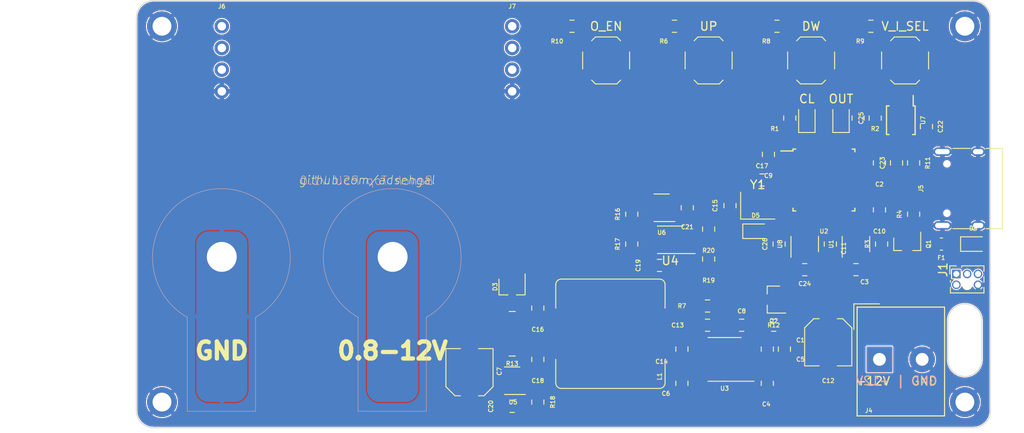
<source format=kicad_pcb>
(kicad_pcb (version 20200809) (host pcbnew "(5.99.0-2671-gfc0a358ba)")
  (layers (0 "F.Cu" signal) (31 "B.Cu" signal) (34 "B.Paste" user) (35 "F.Paste" user) (36 "B.SilkS" user) (37 "F.SilkS" user) (38 "B.Mask" user) (39 "F.Mask" user) (44 "Edge.Cuts" user))
  (net 0 "")
  (net 1 "+VSW")
  (net 2 "GND")
  (net 3 "Net-(C2-Pad2)")
  (net 4 "Net-(C6-Pad2)")
  (net 5 "Net-(C6-Pad1)")
  (net 6 "+5V")
  (net 7 "Net-(C8-Pad2)")
  (net 8 "Net-(C13-Pad2)")
  (net 9 "Net-(C13-Pad1)")
  (net 10 "Net-(C15-Pad2)")
  (net 11 "Net-(C16-Pad2)")
  (net 12 "Net-(C17-Pad2)")
  (net 13 "Net-(D1-Pad2)")
  (net 14 "Net-(D1-Pad1)")
  (net 15 "Net-(D2-Pad2)")
  (net 16 "Net-(D2-Pad1)")
  (net 17 "/RST")
  (net 18 "/MOSI")
  (net 19 "/SCK")
  (net 20 "/MISO")
  (net 21 "VDC")
  (net 22 "/REG_EN")
  (net 23 "+3V3")
  (net 24 "Net-(C25-Pad2)")
  (net 25 "Net-(D4-Pad1)")
  (net 26 "Net-(R16-Pad1)")
  (net 27 "/I_SENSE")
  (net 28 "Net-(R19-Pad2)")
  (net 29 "/V_FB")
  (net 30 "/~POT_CS")
  (net 31 "/POT_U~D")
  (net 32 "/SCL0")
  (net 33 "/SDA0")
  (net 34 "/V_SENSE")
  (net 35 "Net-(D5-Pad2)")
  (net 36 "Net-(U4-Pad3)")
  (net 37 "/SW3")
  (net 38 "/SW4")
  (net 39 "Net-(J5-PadA5)")
  (net 40 "/SW1")
  (net 41 "/SW2")
  (net 42 "/D-")
  (net 43 "/D+")
  (net 44 "Net-(J5-PadB5)")
  (net 45 "Net-(Q1-Pad3)")
  (net 46 "Net-(Q2-Pad3)")
  (net 47 "/RX")
  (net 48 "/TX")
  (module "MountingHole:MountingHole_2.2mm_M2_ISO7380_Pad" (layer "F.Cu") (at 109 59)
    (fp_text reference "H3" (at 0 0) (layer "F.SilkS") (effects (font (size 0.5 0.5) (thickness 0.1))))
    (fp_text value "MountingHole_Pad")
    (pad "1" thru_hole circle (at 0 0) (size 3.5 3.5) (drill 2.2) (layers *.Cu *.Mask) (net 2 "GND"))
  )
  (module "MountingHole:MountingHole_2.2mm_M2_ISO7380_Pad" (layer "F.Cu") (at 109 15)
    (fp_text reference "H2" (at 0 0) (layer "F.SilkS") (effects (font (size 0.5 0.5) (thickness 0.1))))
    (fp_text value "MountingHole_Pad")
    (pad "1" thru_hole circle (at 0 0) (size 3.5 3.5) (drill 2.2) (layers *.Cu *.Mask) (net 2 "GND"))
  )
  (module "LOGO" (layer "F.Cu") (at 39.5 29)
    (fp_text reference "G***" hide)
    (fp_text value "LOGO" hide)
  )
  (module "Resistor_SMD:R_0805_2012Metric" (layer "F.Cu") (at 79 38.75 -90)
    (fp_text reference "R20" (at 2.5 0 180) (layer "F.SilkS") (effects (font (size 0.5 0.5) (thickness 0.1))))
    (fp_text value "10K")
    (pad "1" smd roundrect (at -0.9375 0 270) (size 0.975 1.4) (layers "F.Cu" "F.Paste" "F.Mask") (net 2 "GND"))
    (pad "2" smd roundrect (at 0.9375 0 270) (size 0.975 1.4) (layers "F.Cu" "F.Paste" "F.Mask") (net 28 "Net-(R19-Pad2)"))
  )
  (module "Capacitor_SMD:C_0805_2012Metric" (layer "F.Cu") (at 96.25 43.5 180)
    (fp_text reference "C3" (at -1 -1.4375) (layer "F.SilkS") (effects (font (size 0.5 0.5) (thickness 0.1))))
    (fp_text value "100nF")
    (pad "1" smd roundrect (at -0.9375 0 180) (size 0.975 1.4) (layers "F.Cu" "F.Paste" "F.Mask") (net 2 "GND"))
    (pad "2" smd roundrect (at 0.9375 0 180) (size 0.975 1.4) (layers "F.Cu" "F.Paste" "F.Mask") (net 1 "+VSW"))
  )
  (module "Capacitor_SMD:C_0805_2012Metric" (layer "F.Cu") (at 82.87 50)
    (fp_text reference "C8" (at 0 -1.65) (layer "F.SilkS") (effects (font (size 0.5 0.5) (thickness 0.1))))
    (fp_text value "10nF")
    (pad "1" smd roundrect (at -0.9375 0) (size 0.975 1.4) (layers "F.Cu" "F.Paste" "F.Mask") (net 2 "GND"))
    (pad "2" smd roundrect (at 0.9375 0) (size 0.975 1.4) (layers "F.Cu" "F.Paste" "F.Mask") (net 7 "Net-(C8-Pad2)"))
  )
  (module "Capacitor_SMD:C_0805_2012Metric" (layer "F.Cu") (at 99 31 -90)
    (fp_text reference "C2" (at 2.5 0 180) (layer "F.SilkS") (effects (font (size 0.5 0.5) (thickness 0.1))))
    (fp_text value "100nF")
    (pad "1" smd roundrect (at -0.9375 0 270) (size 0.975 1.4) (layers "F.Cu" "F.Paste" "F.Mask") (net 2 "GND"))
    (pad "2" smd roundrect (at 0.9375 0 270) (size 0.975 1.4) (layers "F.Cu" "F.Paste" "F.Mask") (net 3 "Net-(C2-Pad2)"))
  )
  (module "Resistor_SMD:R_0805_2012Metric" (layer "F.Cu") (at 103 31 -90)
    (fp_text reference "R11" (at 0 -1.65 90) (layer "F.SilkS") (effects (font (size 0.5 0.5) (thickness 0.1))))
    (fp_text value "5.1K")
    (pad "1" smd roundrect (at -0.9375 0 270) (size 0.975 1.4) (layers "F.Cu" "F.Paste" "F.Mask") (net 2 "GND"))
    (pad "2" smd roundrect (at 0.9375 0 270) (size 0.975 1.4) (layers "F.Cu" "F.Paste" "F.Mask") (net 44 "Net-(J5-PadB5)"))
  )
  (module "Capacitor_SMD:C_0805_2012Metric" (layer "F.Cu") (at 75.87 56.8 90)
    (fp_text reference "C6" (at -1.2 -1.87 180) (layer "F.SilkS") (effects (font (size 0.5 0.5) (thickness 0.1))))
    (fp_text value "100nF")
    (pad "1" smd roundrect (at -0.9375 0 90) (size 0.975 1.4) (layers "F.Cu" "F.Paste" "F.Mask") (net 5 "Net-(C6-Pad1)"))
    (pad "2" smd roundrect (at 0.9375 0 90) (size 0.975 1.4) (layers "F.Cu" "F.Paste" "F.Mask") (net 4 "Net-(C6-Pad2)"))
  )
  (module "Resistor_SMD:R_0805_2012Metric" (layer "F.Cu") (at 103 37 90)
    (fp_text reference "R4" (at 0 -1.65 90) (layer "F.SilkS") (effects (font (size 0.5 0.5) (thickness 0.1))))
    (fp_text value "5.1K")
    (pad "1" smd roundrect (at -0.9375 0 90) (size 0.975 1.4) (layers "F.Cu" "F.Paste" "F.Mask") (net 2 "GND"))
    (pad "2" smd roundrect (at 0.9375 0 90) (size 0.975 1.4) (layers "F.Cu" "F.Paste" "F.Mask") (net 39 "Net-(J5-PadA5)"))
  )
  (module "TerminalBlock_Altech:Altech_AK300_1x02_P5.00mm_45-Degree" (layer "F.Cu") (at 99 54)
    (fp_text reference "J4" (at -1.25 6) (layer "F.SilkS") (effects (font (size 0.5 0.5) (thickness 0.1))))
    (fp_text value "Screw_Terminal_01x02")
    (pad "1" thru_hole rect (at 0 0) (size 3 3) (drill 1.5) (layers *.Cu *.Mask) (net 1 "+VSW"))
    (pad "2" thru_hole circle (at 5 0) (size 3 3) (drill 1.5) (layers *.Cu *.Mask) (net 2 "GND"))
  )
  (module "Resistor_SMD:R_0805_2012Metric" (layer "F.Cu") (at 70 37 90)
    (fp_text reference "R16" (at 0 -1.65 90) (layer "F.SilkS") (effects (font (size 0.5 0.5) (thickness 0.1))))
    (fp_text value "14K")
    (pad "1" smd roundrect (at -0.9375 0 90) (size 0.975 1.4) (layers "F.Cu" "F.Paste" "F.Mask") (net 26 "Net-(R16-Pad1)"))
    (pad "2" smd roundrect (at 0.9375 0 90) (size 0.975 1.4) (layers "F.Cu" "F.Paste" "F.Mask") (net 11 "Net-(C16-Pad2)"))
  )
  (module "Diode_SMD:D_SOD-323" (layer "F.Cu") (at 84.5 39)
    (fp_text reference "D5" (at 0 -1.85) (layer "F.SilkS") (effects (font (size 0.5 0.5) (thickness 0.1))))
    (fp_text value "CUS10S30")
    (pad "1" smd rect (at -1.05 0) (size 0.6 0.45) (layers "F.Cu" "F.Paste" "F.Mask") (net 22 "/REG_EN"))
    (pad "2" smd rect (at 1.05 0) (size 0.6 0.45) (layers "F.Cu" "F.Paste" "F.Mask") (net 35 "Net-(D5-Pad2)"))
  )
  (module "Capacitor_SMD:C_0805_2012Metric" (layer "F.Cu") (at 59 54 90)
    (fp_text reference "C18" (at -2.5 0 180) (layer "F.SilkS") (effects (font (size 0.5 0.5) (thickness 0.1))))
    (fp_text value "4.7µF")
    (pad "1" smd roundrect (at -0.9375 0 90) (size 0.975 1.4) (layers "F.Cu" "F.Paste" "F.Mask") (net 2 "GND"))
    (pad "2" smd roundrect (at 0.9375 0 90) (size 0.975 1.4) (layers "F.Cu" "F.Paste" "F.Mask") (net 11 "Net-(C16-Pad2)"))
  )
  (module "Crystal:Crystal_SMD_SeikoEpson_TSX3225-4Pin_3.2x2.5mm" (layer "F.Cu") (at 84.75 36)
    (fp_text reference "Y1" (at 0 -2.45) (layer "F.SilkS"))
    (fp_text value "16MHz")
    (pad "1" smd rect (at -1.1 0.8) (size 1.4 1.15) (layers "F.Cu" "F.Paste" "F.Mask") (net 10 "Net-(C15-Pad2)"))
    (pad "2" smd rect (at 1.1 0.8) (size 1.4 1.15) (layers "F.Cu" "F.Paste" "F.Mask") (net 2 "GND"))
    (pad "3" smd rect (at 1.1 -0.8) (size 1.4 1.15) (layers "F.Cu" "F.Paste" "F.Mask") (net 12 "Net-(C17-Pad2)"))
    (pad "4" smd rect (at -1.1 -0.8) (size 1.4 1.15) (layers "F.Cu" "F.Paste" "F.Mask") (net 2 "GND"))
  )
  (module "Package_SO:MSOP-8_3x3mm_P0.65mm" (layer "F.Cu") (at 74.5 40 180)
    (fp_text reference "U4" (at 0 -2.45 180) (layer "F.SilkS"))
    (fp_text value "LM358")
    (pad "1" smd roundrect (at -2.1125 -0.975 180) (size 1.625 0.4) (layers "F.Cu" "F.Paste" "F.Mask") (net 29 "/V_FB"))
    (pad "2" smd roundrect (at -2.1125 -0.325 180) (size 1.625 0.4) (layers "F.Cu" "F.Paste" "F.Mask") (net 28 "Net-(R19-Pad2)"))
    (pad "3" smd roundrect (at -2.1125 0.325 180) (size 1.625 0.4) (layers "F.Cu" "F.Paste" "F.Mask") (net 36 "Net-(U4-Pad3)"))
    (pad "4" smd roundrect (at -2.1125 0.975 180) (size 1.625 0.4) (layers "F.Cu" "F.Paste" "F.Mask") (net 2 "GND"))
    (pad "5" smd roundrect (at 2.1125 0.975 180) (size 1.625 0.4) (layers "F.Cu" "F.Paste" "F.Mask") (net 26 "Net-(R16-Pad1)"))
    (pad "6" smd roundrect (at 2.1125 0.325 180) (size 1.625 0.4) (layers "F.Cu" "F.Paste" "F.Mask") (net 34 "/V_SENSE"))
    (pad "7" smd roundrect (at 2.1125 -0.325 180) (size 1.625 0.4) (layers "F.Cu" "F.Paste" "F.Mask") (net 34 "/V_SENSE"))
    (pad "8" smd roundrect (at 2.1125 -0.975 180) (size 1.625 0.4) (layers "F.Cu" "F.Paste" "F.Mask") (net 1 "+VSW"))
  )
  (module "Capacitor_SMD:C_0805_2012Metric" (layer "F.Cu") (at 81.5 36 -90)
    (fp_text reference "C15" (at 0 1.75 90) (layer "F.SilkS") (effects (font (size 0.5 0.5) (thickness 0.1))))
    (fp_text value "22pF")
    (pad "1" smd roundrect (at -0.9375 0 270) (size 0.975 1.4) (layers "F.Cu" "F.Paste" "F.Mask") (net 2 "GND"))
    (pad "2" smd roundrect (at 0.9375 0 270) (size 0.975 1.4) (layers "F.Cu" "F.Paste" "F.Mask") (net 10 "Net-(C15-Pad2)"))
  )
  (module "Package_QFP:TQFP-32_7x7mm_P0.8mm" (layer "F.Cu") (at 92.5 33)
    (fp_text reference "U2" (at 0 6) (layer "F.SilkS") (effects (font (size 0.5 0.5) (thickness 0.1))))
    (fp_text value "ATmega328PB-AU")
    (pad "1" smd rect (at -4.25 -2.8) (size 1.6 0.55) (layers "F.Cu" "F.Paste" "F.Mask") (net 37 "/SW3"))
    (pad "2" smd rect (at -4.25 -2) (size 1.6 0.55) (layers "F.Cu" "F.Paste" "F.Mask") (net 41 "/SW2"))
    (pad "3" smd rect (at -4.25 -1.2) (size 1.6 0.55) (layers "F.Cu" "F.Paste" "F.Mask") (net 40 "/SW1"))
    (pad "4" smd rect (at -4.25 -0.4) (size 1.6 0.55) (layers "F.Cu" "F.Paste" "F.Mask") (net 6 "+5V"))
    (pad "5" smd rect (at -4.25 0.4) (size 1.6 0.55) (layers "F.Cu" "F.Paste" "F.Mask") (net 2 "GND"))
    (pad "6" smd rect (at -4.25 1.2) (size 1.6 0.55) (layers "F.Cu" "F.Paste" "F.Mask") (net 38 "/SW4"))
    (pad "7" smd rect (at -4.25 2) (size 1.6 0.55) (layers "F.Cu" "F.Paste" "F.Mask") (net 12 "Net-(C17-Pad2)"))
    (pad "8" smd rect (at -4.25 2.8) (size 1.6 0.55) (layers "F.Cu" "F.Paste" "F.Mask") (net 10 "Net-(C15-Pad2)"))
    (pad "9" smd rect (at -2.8 4.25 90) (size 1.6 0.55) (layers "F.Cu" "F.Paste" "F.Mask") (net 35 "Net-(D5-Pad2)"))
    (pad "10" smd rect (at -2 4.25 90) (size 1.6 0.55) (layers "F.Cu" "F.Paste" "F.Mask") (net 31 "/POT_U~D"))
    (pad "11" smd rect (at -1.2 4.25 90) (size 1.6 0.55) (layers "F.Cu" "F.Paste" "F.Mask") (net 30 "/~POT_CS"))
    (pad "12" smd rect (at -0.4 4.25 90) (size 1.6 0.55) (layers "F.Cu" "F.Paste" "F.Mask"))
    (pad "13" smd rect (at 0.4 4.25 90) (size 1.6 0.55) (layers "F.Cu" "F.Paste" "F.Mask"))
    (pad "14" smd rect (at 1.2 4.25 90) (size 1.6 0.55) (layers "F.Cu" "F.Paste" "F.Mask"))
    (pad "15" smd rect (at 2 4.25 90) (size 1.6 0.55) (layers "F.Cu" "F.Paste" "F.Mask") (net 18 "/MOSI"))
    (pad "16" smd rect (at 2.8 4.25 90) (size 1.6 0.55) (layers "F.Cu" "F.Paste" "F.Mask") (net 20 "/MISO"))
    (pad "17" smd rect (at 4.25 2.8) (size 1.6 0.55) (layers "F.Cu" "F.Paste" "F.Mask") (net 19 "/SCK"))
    (pad "18" smd rect (at 4.25 2) (size 1.6 0.55) (layers "F.Cu" "F.Paste" "F.Mask") (net 6 "+5V"))
    (pad "19" smd rect (at 4.25 1.2) (size 1.6 0.55) (layers "F.Cu" "F.Paste" "F.Mask") (net 16 "Net-(D2-Pad1)"))
    (pad "20" smd rect (at 4.25 0.4) (size 1.6 0.55) (layers "F.Cu" "F.Paste" "F.Mask") (net 3 "Net-(C2-Pad2)"))
    (pad "21" smd rect (at 4.25 -0.4) (size 1.6 0.55) (layers "F.Cu" "F.Paste" "F.Mask") (net 2 "GND"))
    (pad "22" smd rect (at 4.25 -1.2) (size 1.6 0.55) (layers "F.Cu" "F.Paste" "F.Mask") (net 14 "Net-(D1-Pad1)"))
    (pad "23" smd rect (at 4.25 -2) (size 1.6 0.55) (layers "F.Cu" "F.Paste" "F.Mask") (net 34 "/V_SENSE"))
    (pad "24" smd rect (at 4.25 -2.8) (size 1.6 0.55) (layers "F.Cu" "F.Paste" "F.Mask") (net 27 "/I_SENSE"))
    (pad "25" smd rect (at 2.8 -4.25 90) (size 1.6 0.55) (layers "F.Cu" "F.Paste" "F.Mask"))
    (pad "26" smd rect (at 2 -4.25 90) (size 1.6 0.55) (layers "F.Cu" "F.Paste" "F.Mask"))
    (pad "27" smd rect (at 1.2 -4.25 90) (size 1.6 0.55) (layers "F.Cu" "F.Paste" "F.Mask") (net 33 "/SDA0"))
    (pad "28" smd rect (at 0.4 -4.25 90) (size 1.6 0.55) (layers "F.Cu" "F.Paste" "F.Mask") (net 32 "/SCL0"))
    (pad "29" smd rect (at -0.4 -4.25 90) (size 1.6 0.55) (layers "F.Cu" "F.Paste" "F.Mask") (net 17 "/RST"))
    (pad "30" smd rect (at -1.2 -4.25 90) (size 1.6 0.55) (layers "F.Cu" "F.Paste" "F.Mask") (net 47 "/RX"))
    (pad "31" smd rect (at -2 -4.25 90) (size 1.6 0.55) (layers "F.Cu" "F.Paste" "F.Mask") (net 48 "/TX"))
    (pad "32" smd rect (at -2.8 -4.25 90) (size 1.6 0.55) (layers "F.Cu" "F.Paste" "F.Mask"))
  )
  (module "Package_TO_SOT_SMD:SOT-23" (layer "F.Cu") (at 86.62 47 180)
    (fp_text reference "Q2" (at 0 -2.5) (layer "F.SilkS") (effects (font (size 0.5 0.5) (thickness 0.1))))
    (fp_text value "FDN335N")
    (pad "1" smd rect (at -1 -0.95 180) (size 0.9 0.8) (layers "F.Cu" "F.Paste" "F.Mask") (net 22 "/REG_EN"))
    (pad "2" smd rect (at -1 0.95 180) (size 0.9 0.8) (layers "F.Cu" "F.Paste" "F.Mask") (net 2 "GND"))
    (pad "3" smd rect (at 1 0 180) (size 0.9 0.8) (layers "F.Cu" "F.Paste" "F.Mask") (net 46 "Net-(Q2-Pad3)"))
  )
  (module "Capacitor_SMD:C_0805_2012Metric" (layer "F.Cu") (at 99 36.5 90)
    (fp_text reference "C10" (at -2.5 0 180) (layer "F.SilkS") (effects (font (size 0.5 0.5) (thickness 0.1))))
    (fp_text value "100nF")
    (pad "1" smd roundrect (at -0.9375 0 90) (size 0.975 1.4) (layers "F.Cu" "F.Paste" "F.Mask") (net 2 "GND"))
    (pad "2" smd roundrect (at 0.9375 0 90) (size 0.975 1.4) (layers "F.Cu" "F.Paste" "F.Mask") (net 6 "+5V"))
  )
  (module "Capacitor_SMD:C_0805_2012Metric" (layer "F.Cu") (at 85.87 56.8 90)
    (fp_text reference "C4" (at -2.45 -0.12 180) (layer "F.SilkS") (effects (font (size 0.5 0.5) (thickness 0.1))))
    (fp_text value "4.7µF")
    (pad "1" smd roundrect (at -0.9375 0 90) (size 0.975 1.4) (layers "F.Cu" "F.Paste" "F.Mask") (net 2 "GND"))
    (pad "2" smd roundrect (at 0.9375 0 90) (size 0.975 1.4) (layers "F.Cu" "F.Paste" "F.Mask") (net 1 "+VSW"))
  )
  (module "Button_Switch_SMD:SW_SPST_TL3342" (layer "F.Cu") (at 91 19)
    (fp_text reference "SW2" hide)
    (fp_text value "DW" (at 0 -4) (layer "F.SilkS"))
    (pad "1" smd rect (at -3.15 -1.9) (size 1.7 1) (layers "F.Cu" "F.Paste" "F.Mask") (net 41 "/SW2"))
    (pad "1" smd rect (at 3.15 -1.9) (size 1.7 1) (layers "F.Cu" "F.Paste" "F.Mask") (net 41 "/SW2"))
    (pad "2" smd rect (at 3.15 1.9) (size 1.7 1) (layers "F.Cu" "F.Paste" "F.Mask") (net 2 "GND"))
    (pad "2" smd rect (at -3.15 1.9) (size 1.7 1) (layers "F.Cu" "F.Paste" "F.Mask") (net 2 "GND"))
  )
  (module "Diode_SMD:D_SOD-323" (layer "F.Cu") (at 110 40.5)
    (fp_text reference "D4" (at 0 -1.85) (layer "F.SilkS") (effects (font (size 0.5 0.5) (thickness 0.1))))
    (fp_text value "CUS10S30")
    (pad "1" smd rect (at -1.05 0) (size 0.6 0.45) (layers "F.Cu" "F.Paste" "F.Mask") (net 25 "Net-(D4-Pad1)"))
    (pad "2" smd rect (at 1.05 0) (size 0.6 0.45) (layers "F.Cu" "F.Paste" "F.Mask") (net 22 "/REG_EN"))
  )
  (module "Resistor_SMD:R_1020_2550Metric" (layer "F.Cu") (at 56 51)
    (fp_text reference "R13" (at 0 3.5) (layer "F.SilkS") (effects (font (size 0.5 0.5) (thickness 0.1))))
    (fp_text value "0.01R")
    (pad "1" smd roundrect (at -1.125 0) (size 1.15 5.2) (layers "F.Cu" "F.Paste" "F.Mask") (roundrect_rratio 0.2173913043478261) (net 21 "VDC"))
    (pad "2" smd roundrect (at 1.125 0) (size 1.15 5.2) (layers "F.Cu" "F.Paste" "F.Mask") (roundrect_rratio 0.2173913043478261) (net 11 "Net-(C16-Pad2)"))
  )
  (module "Resistor_SMD:R_0805_2012Metric" (layer "F.Cu") (at 63 15)
    (fp_text reference "R10" (at -1.75 1.75) (layer "F.SilkS") (effects (font (size 0.5 0.5) (thickness 0.1))))
    (fp_text value "10K")
    (pad "1" smd roundrect (at -0.9375 0) (size 0.975 1.4) (layers "F.Cu" "F.Paste" "F.Mask") (net 6 "+5V"))
    (pad "2" smd roundrect (at 0.9375 0) (size 0.975 1.4) (layers "F.Cu" "F.Paste" "F.Mask") (net 38 "/SW4"))
  )
  (module "Capacitor_SMD:C_0805_2012Metric" (layer "F.Cu") (at 75.87 52.8 -90)
    (fp_text reference "C14" (at 1.45 2.37 180) (layer "F.SilkS") (effects (font (size 0.5 0.5) (thickness 0.1))))
    (fp_text value "22pF")
    (pad "1" smd roundrect (at -0.9375 0 270) (size 0.975 1.4) (layers "F.Cu" "F.Paste" "F.Mask") (net 2 "GND"))
    (pad "2" smd roundrect (at 0.9375 0 270) (size 0.975 1.4) (layers "F.Cu" "F.Paste" "F.Mask") (net 8 "Net-(C13-Pad2)"))
  )
  (module "Capacitor_SMD:C_0805_2012Metric" (layer "F.Cu") (at 85.87 52.8 -90)
    (fp_text reference "C1" (at -1.05 -3.88 180) (layer "F.SilkS") (effects (font (size 0.5 0.5) (thickness 0.1))))
    (fp_text value "10nF")
    (pad "1" smd roundrect (at -0.9375 0 270) (size 0.975 1.4) (layers "F.Cu" "F.Paste" "F.Mask") (net 2 "GND"))
    (pad "2" smd roundrect (at 0.9375 0 270) (size 0.975 1.4) (layers "F.Cu" "F.Paste" "F.Mask") (net 1 "+VSW"))
  )
  (module "Resistor_SMD:R_0805_2012Metric" (layer "F.Cu") (at 96.5 25.75 -90)
    (fp_text reference "R2" (at 1.25 -2 180) (layer "F.SilkS") (effects (font (size 0.5 0.5) (thickness 0.1))))
    (fp_text value "330R")
    (pad "1" smd roundrect (at -0.9375 0 270) (size 0.975 1.4) (layers "F.Cu" "F.Paste" "F.Mask") (net 15 "Net-(D2-Pad2)"))
    (pad "2" smd roundrect (at 0.9375 0 270) (size 0.975 1.4) (layers "F.Cu" "F.Paste" "F.Mask") (net 6 "+5V"))
  )
  (module "Capacitor_SMD:C_0805_2012Metric" (layer "F.Cu") (at 56 59.5)
    (fp_text reference "C20" (at -2.5 0 270) (layer "F.SilkS") (effects (font (size 0.5 0.5) (thickness 0.1))))
    (fp_text value "100nF")
    (pad "1" smd roundrect (at -0.9375 0) (size 0.975 1.4) (layers "F.Cu" "F.Paste" "F.Mask") (net 6 "+5V"))
    (pad "2" smd roundrect (at 0.9375 0) (size 0.975 1.4) (layers "F.Cu" "F.Paste" "F.Mask") (net 2 "GND"))
  )
  (module "Resistor_SMD:R_0805_2012Metric" (layer "F.Cu") (at 75 15)
    (fp_text reference "R6" (at -1.25 1.75) (layer "F.SilkS") (effects (font (size 0.5 0.5) (thickness 0.1))))
    (fp_text value "10K")
    (pad "1" smd roundrect (at -0.9375 0) (size 0.975 1.4) (layers "F.Cu" "F.Paste" "F.Mask") (net 6 "+5V"))
    (pad "2" smd roundrect (at 0.9375 0) (size 0.975 1.4) (layers "F.Cu" "F.Paste" "F.Mask") (net 40 "/SW1"))
  )
  (module "Button_Switch_SMD:SW_SPST_TL3342" (layer "F.Cu") (at 79 19)
    (fp_text reference "SW1" hide)
    (fp_text value "UP" (at 0 -4) (layer "F.SilkS"))
    (pad "1" smd rect (at -3.15 -1.9) (size 1.7 1) (layers "F.Cu" "F.Paste" "F.Mask") (net 40 "/SW1"))
    (pad "1" smd rect (at 3.15 -1.9) (size 1.7 1) (layers "F.Cu" "F.Paste" "F.Mask") (net 40 "/SW1"))
    (pad "2" smd rect (at -3.15 1.9) (size 1.7 1) (layers "F.Cu" "F.Paste" "F.Mask") (net 2 "GND"))
    (pad "2" smd rect (at 3.15 1.9) (size 1.7 1) (layers "F.Cu" "F.Paste" "F.Mask") (net 2 "GND"))
  )
  (module "Resistor_SMD:R_0805_2012Metric" (layer "F.Cu") (at 59 59 90)
    (fp_text reference "R18" (at 0 1.75 90) (layer "F.SilkS") (effects (font (size 0.5 0.5) (thickness 0.1))))
    (fp_text value "500K")
    (pad "1" smd roundrect (at -0.9375 0 90) (size 0.975 1.4) (layers "F.Cu" "F.Paste" "F.Mask") (net 2 "GND"))
    (pad "2" smd roundrect (at 0.9375 0 90) (size 0.975 1.4) (layers "F.Cu" "F.Paste" "F.Mask") (net 27 "/I_SENSE"))
  )
  (module "Capacitor_SMD:C_Elec_5x5.4" (layer "F.Cu") (at 51 55.5 90)
    (fp_text reference "C7" (at 0.099237 3.5 90) (layer "F.SilkS") (effects (font (size 0.5 0.5) (thickness 0.1))))
    (fp_text value "10uF")
    (pad "1" smd roundrect (at -2.0625 0 90) (size 2.775 1.6) (layers "F.Cu" "F.Paste" "F.Mask") (roundrect_rratio 0.15625) (net 2 "GND"))
    (pad "2" smd roundrect (at 2.0625 0 90) (size 2.775 1.6) (layers "F.Cu" "F.Paste" "F.Mask") (roundrect_rratio 0.15625) (net 21 "VDC"))
  )
  (module "Binding_Post:Binding_Post" (layer "F.Cu") (at 22 42)
    (fp_text reference "J3" hide)
    (fp_text value "Conn_01x01" hide)
    (pad "1" smd roundrect (at 0 7) (size 6 20) (layers "B.Cu" "B.Paste" "B.Mask") (chamfer_ratio 0.2) (chamfer) (net 2 "GND"))
    (pad "1" thru_hole circle (at 0 0) (size 5 5) (drill 3.5) (layers *.Cu *.Mask) (net 2 "GND"))
  )
  (module "MountingHole:MountingHole_2.2mm_M2_ISO7380_Pad" (layer "F.Cu") (at 15 59)
    (fp_text reference "H4" (at 0 0) (layer "F.SilkS") (effects (font (size 0.5 0.5) (thickness 0.1))))
    (fp_text value "MountingHole_Pad")
    (pad "1" thru_hole circle (at 0 0) (size 3.5 3.5) (drill 2.2) (layers *.Cu *.Mask) (net 2 "GND"))
  )
  (module "Resistor_SMD:R_0805_2012Metric" (layer "F.Cu") (at 99.25 40.5 90)
    (fp_text reference "R3" (at 0 -1.65 90) (layer "F.SilkS") (effects (font (size 0.5 0.5) (thickness 0.1))))
    (fp_text value "10K")
    (pad "1" smd roundrect (at -0.9375 0 90) (size 0.975 1.4) (layers "F.Cu" "F.Paste" "F.Mask") (net 45 "Net-(Q1-Pad3)"))
    (pad "2" smd roundrect (at 0.9375 0 90) (size 0.975 1.4) (layers "F.Cu" "F.Paste" "F.Mask") (net 1 "+VSW"))
  )
  (module "Resistor_SMD:R_0805_2012Metric" (layer "F.Cu") (at 87 15)
    (fp_text reference "R8" (at -1.25 1.75) (layer "F.SilkS") (effects (font (size 0.5 0.5) (thickness 0.1))))
    (fp_text value "10K")
    (pad "1" smd roundrect (at -0.9375 0) (size 0.975 1.4) (layers "F.Cu" "F.Paste" "F.Mask") (net 6 "+5V"))
    (pad "2" smd roundrect (at 0.9375 0) (size 0.975 1.4) (layers "F.Cu" "F.Paste" "F.Mask") (net 41 "/SW2"))
  )
  (module "Button_Switch_SMD:SW_SPST_TL3342" (layer "F.Cu") (at 102 19)
    (fp_text reference "SW3" hide)
    (fp_text value "V_I_SEL" (at 0 -4) (layer "F.SilkS"))
    (pad "1" smd rect (at 3.15 -1.9) (size 1.7 1) (layers "F.Cu" "F.Paste" "F.Mask") (net 37 "/SW3"))
    (pad "1" smd rect (at -3.15 -1.9) (size 1.7 1) (layers "F.Cu" "F.Paste" "F.Mask") (net 37 "/SW3"))
    (pad "2" smd rect (at 3.15 1.9) (size 1.7 1) (layers "F.Cu" "F.Paste" "F.Mask") (net 2 "GND"))
    (pad "2" smd rect (at -3.15 1.9) (size 1.7 1) (layers "F.Cu" "F.Paste" "F.Mask") (net 2 "GND"))
  )
  (module "Package_SO:MSOP-10_3x3mm_P0.5mm" (layer "F.Cu") (at 101.5 26 -90)
    (fp_text reference "U7" (at 0 -2.6 90) (layer "F.SilkS") (effects (font (size 0.5 0.5) (thickness 0.1))))
    (fp_text value "CH340E")
    (pad "1" smd rect (at -2.2 -1 270) (size 1.4 0.3) (layers "F.Cu" "F.Paste" "F.Mask") (net 43 "/D+"))
    (pad "2" smd rect (at -2.2 -0.5 270) (size 1.4 0.3) (layers "F.Cu" "F.Paste" "F.Mask") (net 42 "/D-"))
    (pad "3" smd rect (at -2.2 0 270) (size 1.4 0.3) (layers "F.Cu" "F.Paste" "F.Mask") (net 2 "GND"))
    (pad "4" smd rect (at -2.2 0.5 270) (size 1.4 0.3) (layers "F.Cu" "F.Paste" "F.Mask") (net 24 "Net-(C25-Pad2)"))
    (pad "5" smd rect (at -2.2 1 270) (size 1.4 0.3) (layers "F.Cu" "F.Paste" "F.Mask"))
    (pad "6" smd rect (at 2.2 1 270) (size 1.4 0.3) (layers "F.Cu" "F.Paste" "F.Mask"))
    (pad "7" smd rect (at 2.2 0.5 270) (size 1.4 0.3) (layers "F.Cu" "F.Paste" "F.Mask") (net 6 "+5V"))
    (pad "8" smd rect (at 2.2 0 270) (size 1.4 0.3) (layers "F.Cu" "F.Paste" "F.Mask") (net 47 "/RX"))
    (pad "9" smd rect (at 2.2 -0.5 270) (size 1.4 0.3) (layers "F.Cu" "F.Paste" "F.Mask") (net 48 "/TX"))
    (pad "10" smd rect (at 2.2 -1 270) (size 1.4 0.3) (layers "F.Cu" "F.Paste" "F.Mask") (net 23 "+3V3"))
  )
  (module "Resistor_SMD:R_0805_2012Metric" (layer "F.Cu") (at 86.62 50)
    (fp_text reference "R12" (at 0 0) (layer "F.SilkS") (effects (font (size 0.5 0.5) (thickness 0.1))))
    (fp_text value "10K")
    (pad "1" smd roundrect (at -0.9375 0) (size 0.975 1.4) (layers "F.Cu" "F.Paste" "F.Mask") (net 46 "Net-(Q2-Pad3)"))
    (pad "2" smd roundrect (at 0.9375 0) (size 0.975 1.4) (layers "F.Cu" "F.Paste" "F.Mask") (net 1 "+VSW"))
  )
  (module "Connector_USB:USB_C_Receptacle_HRO_TYPE-C-31-M-12" (layer "F.Cu") (at 109.5 34 90)
    (fp_text reference "J5" (at 0 -5.645 90) (layer "F.SilkS") (effects (font (size 0.5 0.5) (thickness 0.1))))
    (fp_text value "USB_C_Receptacle_USB2.0")
    (pad "" np_thru_hole circle (at -2.89 -2.6 90) (size 0.65 0.65) (drill 0.65) (layers *.Cu *.Mask))
    (pad "" np_thru_hole circle (at 2.89 -2.6 90) (size 0.65 0.65) (drill 0.65) (layers *.Cu *.Mask))
    (pad "A1" smd rect (at -3.25 -4.045 90) (size 0.6 1.45) (layers "F.Cu" "F.Paste" "F.Mask") (net 2 "GND"))
    (pad "A4" smd rect (at -2.45 -4.045 90) (size 0.6 1.45) (layers "F.Cu" "F.Paste" "F.Mask") (net 22 "/REG_EN"))
    (pad "A5" smd rect (at -1.25 -4.045 90) (size 0.3 1.45) (layers "F.Cu" "F.Paste" "F.Mask") (net 39 "Net-(J5-PadA5)"))
    (pad "A6" smd rect (at -0.25 -4.045 90) (size 0.3 1.45) (layers "F.Cu" "F.Paste" "F.Mask") (net 43 "/D+"))
    (pad "A7" smd rect (at 0.25 -4.045 90) (size 0.3 1.45) (layers "F.Cu" "F.Paste" "F.Mask") (net 42 "/D-"))
    (pad "A8" smd rect (at 1.25 -4.045 90) (size 0.3 1.45) (layers "F.Cu" "F.Paste" "F.Mask"))
    (pad "A9" smd rect (at 2.45 -4.045 90) (size 0.6 1.45) (layers "F.Cu" "F.Paste" "F.Mask") (net 22 "/REG_EN"))
    (pad "A12" smd rect (at 3.25 -4.045 90) (size 0.6 1.45) (layers "F.Cu" "F.Paste" "F.Mask") (net 2 "GND"))
    (pad "B1" smd rect (at 3.25 -4.045 90) (size 0.6 1.45) (layers "F.Cu" "F.Paste" "F.Mask") (net 2 "GND"))
    (pad "B4" smd rect (at 2.45 -4.045 90) (size 0.6 1.45) (layers "F.Cu" "F.Paste" "F.Mask") (net 22 "/REG_EN"))
    (pad "B5" smd rect (at 1.75 -4.045 90) (size 0.3 1.45) (layers "F.Cu" "F.Paste" "F.Mask") (net 44 "Net-(J5-PadB5)"))
    (pad "B6" smd rect (at 0.75 -4.045 90) (size 0.3 1.45) (layers "F.Cu" "F.Paste" "F.Mask") (net 43 "/D+"))
    (pad "B7" smd rect (at -0.75 -4.045 90) (size 0.3 1.45) (layers "F.Cu" "F.Paste" "F.Mask") (net 42 "/D-"))
    (pad "B8" smd rect (at -1.75 -4.045 90) (size 0.3 1.45) (layers "F.Cu" "F.Paste" "F.Mask"))
    (pad "B9" smd rect (at -2.45 -4.045 90) (size 0.6 1.45) (layers "F.Cu" "F.Paste" "F.Mask") (net 22 "/REG_EN"))
    (pad "B12" smd rect (at -3.25 -4.045 90) (size 0.6 1.45) (layers "F.Cu" "F.Paste" "F.Mask") (net 2 "GND"))
    (pad "S1" thru_hole oval (at -4.32 1.05 90) (size 1 1.6) (drill oval 0.6 1.2) (layers *.Cu *.Mask) (net 2 "GND"))
    (pad "S1" thru_hole oval (at -4.32 -3.13 90) (size 1 2.1) (drill oval 0.6 1.7) (layers *.Cu *.Mask) (net 2 "GND"))
    (pad "S1" thru_hole oval (at 4.32 -3.13 90) (size 1 2.1) (drill oval 0.6 1.7) (layers *.Cu *.Mask) (net 2 "GND"))
    (pad "S1" thru_hole oval (at 4.32 1.05 90) (size 1 1.6) (drill oval 0.6 1.2) (layers *.Cu *.Mask) (net 2 "GND"))
  )
  (module "Binding_Post:Binding_Post" (layer "F.Cu") (at 42 42)
    (fp_text reference "J2" hide)
    (fp_text value "Conn_01x01" hide)
    (pad "1" thru_hole circle (at 0 0) (size 5 5) (drill 3.5) (layers *.Cu *.Mask) (net 21 "VDC"))
    (pad "1" smd roundrect (at 0 7) (size 6 20) (layers "B.Cu" "B.Paste" "B.Mask") (chamfer_ratio 0.2) (chamfer) (net 21 "VDC"))
  )
  (module "MountingHole:MountingHole_2.2mm_M2_ISO7380_Pad" (layer "F.Cu") (at 15 15)
    (fp_text reference "H1" (at 0 0) (layer "F.SilkS") (effects (font (size 0.5 0.5) (thickness 0.1))))
    (fp_text value "MountingHole_Pad")
    (pad "1" thru_hole circle (at 0 0) (size 3.5 3.5) (drill 2.2) (layers *.Cu *.Mask) (net 2 "GND"))
  )
  (module "Capacitor_SMD:C_Elec_5x5.4" (layer "F.Cu") (at 93 52 -90)
    (fp_text reference "C12" (at 4.5 0 180) (layer "F.SilkS") (effects (font (size 0.5 0.5) (thickness 0.1))))
    (fp_text value "10uF")
    (pad "1" smd roundrect (at -2.0625 0 270) (size 2.775 1.6) (layers "F.Cu" "F.Paste" "F.Mask") (roundrect_rratio 0.15625) (net 2 "GND"))
    (pad "2" smd roundrect (at 2.0625 0 270) (size 2.775 1.6) (layers "F.Cu" "F.Paste" "F.Mask") (roundrect_rratio 0.15625) (net 1 "+VSW"))
  )
  (module "Resistor_SMD:R_0805_2012Metric" (layer "F.Cu") (at 79 42.25 90)
    (fp_text reference "R19" (at -2.5 0 180) (layer "F.SilkS") (effects (font (size 0.5 0.5) (thickness 0.1))))
    (fp_text value "14K")
    (pad "1" smd roundrect (at -0.9375 0 90) (size 0.975 1.4) (layers "F.Cu" "F.Paste" "F.Mask") (net 29 "/V_FB"))
    (pad "2" smd roundrect (at 0.9375 0 90) (size 0.975 1.4) (layers "F.Cu" "F.Paste" "F.Mask") (net 28 "Net-(R19-Pad2)"))
  )
  (module "Capacitor_SMD:C_0805_2012Metric" (layer "F.Cu") (at 104.5 26.75 -90)
    (fp_text reference "C22" (at 0 -1.65 90) (layer "F.SilkS") (effects (font (size 0.5 0.5) (thickness 0.1))))
    (fp_text value "100nF")
    (pad "1" smd roundrect (at -0.9375 0 270) (size 0.975 1.4) (layers "F.Cu" "F.Paste" "F.Mask") (net 2 "GND"))
    (pad "2" smd roundrect (at 0.9375 0 270) (size 0.975 1.4) (layers "F.Cu" "F.Paste" "F.Mask") (net 23 "+3V3"))
  )
  (module "Inductor_SMD:L_Bourns_SRR1260" (layer "F.Cu") (at 67.5 51 180)
    (fp_text reference "L1" (at -5.75 -5 270) (layer "F.SilkS") (effects (font (size 0.5 0.5) (thickness 0.1))))
    (fp_text value "4.7µH")
    (pad "1" smd rect (at -4.85 0 180) (size 2.9 5.4) (layers "F.Cu" "F.Paste" "F.Mask") (net 4 "Net-(C6-Pad2)"))
    (pad "2" smd rect (at 4.85 0 180) (size 2.9 5.4) (layers "F.Cu" "F.Paste" "F.Mask") (net 11 "Net-(C16-Pad2)"))
  )
  (module "Capacitor_SMD:C_0805_2012Metric" (layer "F.Cu") (at 78.87 50 180)
    (fp_text reference "C13" (at 3.5 0) (layer "F.SilkS") (effects (font (size 0.5 0.5) (thickness 0.1))))
    (fp_text value "2.2nF")
    (pad "1" smd roundrect (at -0.9375 0 180) (size 0.975 1.4) (layers "F.Cu" "F.Paste" "F.Mask") (net 9 "Net-(C13-Pad1)"))
    (pad "2" smd roundrect (at 0.9375 0 180) (size 0.975 1.4) (layers "F.Cu" "F.Paste" "F.Mask") (net 8 "Net-(C13-Pad2)"))
  )
  (module "Custom_Vertical_1x_2.54mm_Pin_Header:PinHeader_1x04_P2.54mm_Vertical" (layer "F.Cu") (at 22 15)
    (fp_text reference "J6" (at 0 -2.33) (layer "F.SilkS") (effects (font (size 0.5 0.5) (thickness 0.1))))
    (fp_text value "Conn_01x04")
    (pad "1" thru_hole oval (at 0 0) (size 1.7 1.7) (drill 1) (layers *.Cu *.Mask) (net 33 "/SDA0"))
    (pad "2" thru_hole oval (at 0 2.54) (size 1.7 1.7) (drill 1) (layers *.Cu *.Mask) (net 32 "/SCL0"))
    (pad "3" thru_hole oval (at 0 5.08) (size 1.7 1.7) (drill 1) (layers *.Cu *.Mask) (net 6 "+5V"))
    (pad "4" thru_hole oval (at 0 7.62) (size 1.7 1.7) (drill 1) (layers *.Cu *.Mask) (net 2 "GND"))
  )
  (module "Fuse:Fuse_0805_2012Metric_Castellated" (layer "F.Cu") (at 106.25 40.5 180)
    (fp_text reference "F1" (at 0 -1.6) (layer "F.SilkS") (effects (font (size 0.5 0.5) (thickness 0.1))))
    (fp_text value "MF-PSMF020X-2")
    (pad "1" smd roundrect (at -0.9625 0 180) (size 1.325 1.3) (layers "F.Cu" "F.Paste" "F.Mask") (roundrect_rratio 0.192308) (net 25 "Net-(D4-Pad1)"))
    (pad "2" smd roundrect (at 0.9625 0 180) (size 1.325 1.3) (layers "F.Cu" "F.Paste" "F.Mask") (roundrect_rratio 0.192308) (net 6 "+5V"))
  )
  (module "Connector_PinSocket_1.27mm:PinSocket_2x03_P1.27mm_Vertical" (layer "F.Cu") (at 108 44 90)
    (fp_text reference "J1" (at 0.5 -1.56 90) (layer "F.SilkS"))
    (fp_text value "ICSP")
    (pad "1" thru_hole rect (at 0 0 90) (size 1 1) (drill 0.7) (layers *.Cu *.Mask) (net 20 "/MISO"))
    (pad "2" thru_hole oval (at -1.27 0 90) (size 1 1) (drill 0.7) (layers *.Cu *.Mask) (net 6 "+5V"))
    (pad "3" thru_hole oval (at 0 1.27 90) (size 1 1) (drill 0.7) (layers *.Cu *.Mask) (net 19 "/SCK"))
    (pad "4" thru_hole oval (at -1.27 1.27 90) (size 1 1) (drill 0.7) (layers *.Cu *.Mask) (remove_unused_layers) (net 18 "/MOSI"))
    (pad "5" thru_hole oval (at 0 2.54 90) (size 1 1) (drill 0.7) (layers *.Cu *.Mask) (net 17 "/RST"))
    (pad "6" thru_hole oval (at -1.27 2.54 90) (size 1 1) (drill 0.7) (layers *.Cu *.Mask) (net 2 "GND"))
  )
  (module "Resistor_SMD:R_0805_2012Metric" (layer "F.Cu") (at 88.5 25.75 -90)
    (fp_text reference "R1" (at 1.25 1.75 180) (layer "F.SilkS") (effects (font (size 0.5 0.5) (thickness 0.1))))
    (fp_text value "330R")
    (pad "1" smd roundrect (at -0.9375 0 270) (size 0.975 1.4) (layers "F.Cu" "F.Paste" "F.Mask") (net 13 "Net-(D1-Pad2)"))
    (pad "2" smd roundrect (at 0.9375 0 270) (size 0.975 1.4) (layers "F.Cu" "F.Paste" "F.Mask") (net 6 "+5V"))
  )
  (module "Capacitor_SMD:C_0805_2012Metric" (layer "F.Cu") (at 98.5 25.75 90)
    (fp_text reference "C25" (at 0 -1.65 90) (layer "F.SilkS") (effects (font (size 0.5 0.5) (thickness 0.1))))
    (fp_text value "100nF")
    (pad "1" smd roundrect (at -0.9375 0 90) (size 0.975 1.4) (layers "F.Cu" "F.Paste" "F.Mask") (net 17 "/RST"))
    (pad "2" smd roundrect (at 0.9375 0 90) (size 0.975 1.4) (layers "F.Cu" "F.Paste" "F.Mask") (net 24 "Net-(C25-Pad2)"))
  )
  (module "Button_Switch_SMD:SW_SPST_TL3342" (layer "F.Cu") (at 67 19)
    (fp_text reference "SW4" hide)
    (fp_text value "O_EN" (at 0 -4) (layer "F.SilkS"))
    (pad "1" smd rect (at -3.15 -1.9) (size 1.7 1) (layers "F.Cu" "F.Paste" "F.Mask") (net 38 "/SW4"))
    (pad "1" smd rect (at 3.15 -1.9) (size 1.7 1) (layers "F.Cu" "F.Paste" "F.Mask") (net 38 "/SW4"))
    (pad "2" smd rect (at 3.15 1.9) (size 1.7 1) (layers "F.Cu" "F.Paste" "F.Mask") (net 2 "GND"))
    (pad "2" smd rect (at -3.15 1.9) (size 1.7 1) (layers "F.Cu" "F.Paste" "F.Mask") (net 2 "GND"))
  )
  (module "LED_SMD:LED_0805_2012Metric" (layer "F.Cu") (at 90.5 25.75 90)
    (fp_text reference "D1" hide)
    (fp_text value "CL" (at 2.25 0 180) (layer "F.SilkS"))
    (pad "1" smd roundrect (at -0.9375 0 90) (size 0.975 1.4) (layers "F.Cu" "F.Paste" "F.Mask") (net 14 "Net-(D1-Pad1)"))
    (pad "2" smd roundrect (at 0.9375 0 90) (size 0.975 1.4) (layers "F.Cu" "F.Paste" "F.Mask") (net 13 "Net-(D1-Pad2)"))
  )
  (module "Package_TO_SOT_SMD:SOT-23" (layer "F.Cu") (at 102.25 40.5 -90)
    (fp_text reference "Q1" (at 0 -2.5 90) (layer "F.SilkS") (effects (font (size 0.5 0.5) (thickness 0.1))))
    (fp_text value "FDN335N")
    (pad "1" smd rect (at -1 -0.95 270) (size 0.9 0.8) (layers "F.Cu" "F.Paste" "F.Mask") (net 22 "/REG_EN"))
    (pad "2" smd rect (at -1 0.95 270) (size 0.9 0.8) (layers "F.Cu" "F.Paste" "F.Mask") (net 2 "GND"))
    (pad "3" smd rect (at 1 0 270) (size 0.9 0.8) (layers "F.Cu" "F.Paste" "F.Mask") (net 45 "Net-(Q1-Pad3)"))
  )
  (module "Capacitor_SMD:C_0805_2012Metric" (layer "F.Cu") (at 87.87 52.8 -90)
    (fp_text reference "C5" (at 1.2 -1.88 180) (layer "F.SilkS") (effects (font (size 0.5 0.5) (thickness 0.1))))
    (fp_text value "4.7µF")
    (pad "1" smd roundrect (at -0.9375 0 270) (size 0.975 1.4) (layers "F.Cu" "F.Paste" "F.Mask") (net 2 "GND"))
    (pad "2" smd roundrect (at 0.9375 0 270) (size 0.975 1.4) (layers "F.Cu" "F.Paste" "F.Mask") (net 1 "+VSW"))
  )
  (module "Package_TO_SOT_SMD:SOT-23-6" (layer "F.Cu") (at 73.5 36.25 180)
    (fp_text reference "U6" (at 0 -2.9) (layer "F.SilkS") (effects (font (size 0.5 0.5) (thickness 0.1))))
    (fp_text value "MCP4023-103ECH")
    (pad "1" smd rect (at -1.1 -0.95 180) (size 1.06 0.65) (layers "F.Cu" "F.Paste" "F.Mask") (net 6 "+5V"))
    (pad "2" smd rect (at -1.1 0 180) (size 1.06 0.65) (layers "F.Cu" "F.Paste" "F.Mask") (net 2 "GND"))
    (pad "3" smd rect (at -1.1 0.95 180) (size 1.06 0.65) (layers "F.Cu" "F.Paste" "F.Mask") (net 31 "/POT_U~D"))
    (pad "4" smd rect (at 1.1 0.95 180) (size 1.06 0.65) (layers "F.Cu" "F.Paste" "F.Mask") (net 30 "/~POT_CS"))
    (pad "5" smd rect (at 1.1 0 180) (size 1.06 0.65) (layers "F.Cu" "F.Paste" "F.Mask") (net 36 "Net-(U4-Pad3)"))
    (pad "6" smd rect (at 1.1 -0.95 180) (size 1.06 0.65) (layers "F.Cu" "F.Paste" "F.Mask") (net 26 "Net-(R16-Pad1)"))
  )
  (module "Package_SO:SOIC-8-1EP_3.9x4.9mm_P1.27mm_EP2.514x3.2mm" (layer "F.Cu") (at 80.87 54 180)
    (fp_text reference "U3" (at 0 -3.4 180) (layer "F.SilkS") (effects (font (size 0.5 0.5) (thickness 0.1))))
    (fp_text value "TPS54531DDAR")
    (pad "1" smd roundrect (at -2.6375 -1.905 180) (size 1.625 0.6) (layers "F.Cu" "F.Paste" "F.Mask") (net 5 "Net-(C6-Pad1)"))
    (pad "2" smd roundrect (at -2.6375 -0.635 180) (size 1.625 0.6) (layers "F.Cu" "F.Paste" "F.Mask") (net 1 "+VSW"))
    (pad "3" smd roundrect (at -2.6375 0.635 180) (size 1.625 0.6) (layers "F.Cu" "F.Paste" "F.Mask") (net 46 "Net-(Q2-Pad3)"))
    (pad "4" smd roundrect (at -2.6375 1.905 180) (size 1.625 0.6) (layers "F.Cu" "F.Paste" "F.Mask") (net 7 "Net-(C8-Pad2)"))
    (pad "5" smd roundrect (at 2.6375 1.905 180) (size 1.625 0.6) (layers "F.Cu" "F.Paste" "F.Mask") (net 29 "/V_FB"))
    (pad "6" smd roundrect (at 2.6375 0.635 180) (size 1.625 0.6) (layers "F.Cu" "F.Paste" "F.Mask") (net 8 "Net-(C13-Pad2)"))
    (pad "7" smd roundrect (at 2.6375 -0.635 180) (size 1.625 0.6) (layers "F.Cu" "F.Paste" "F.Mask") (net 2 "GND"))
    (pad "8" smd roundrect (at 2.6375 -1.905 180) (size 1.625 0.6) (layers "F.Cu" "F.Paste" "F.Mask") (net 4 "Net-(C6-Pad2)"))
    (pad "9" smd rect (at 0 0 180) (size 2.514 3.2) (layers "F.Cu" "F.Mask") (net 2 "GND"))
  )
  (module "Package_TO_SOT_SMD:SOT-23-5" (layer "F.Cu") (at 56 56.5 180)
    (fp_text reference "U5" (at -0.1 -2.5) (layer "F.SilkS") (effects (font (size 0.5 0.5) (thickness 0.1))))
    (fp_text value "INA138")
    (pad "1" smd rect (at -1.1 -0.95 180) (size 1.06 0.65) (layers "F.Cu" "F.Paste" "F.Mask") (net 27 "/I_SENSE"))
    (pad "2" smd rect (at -1.1 0 180) (size 1.06 0.65) (layers "F.Cu" "F.Paste" "F.Mask") (net 2 "GND"))
    (pad "3" smd rect (at -1.1 0.95 180) (size 1.06 0.65) (layers "F.Cu" "F.Paste" "F.Mask") (net 11 "Net-(C16-Pad2)"))
    (pad "4" smd rect (at 1.1 0.95 180) (size 1.06 0.65) (layers "F.Cu" "F.Paste" "F.Mask") (net 21 "VDC"))
    (pad "5" smd rect (at 1.1 -0.95 180) (size 1.06 0.65) (layers "F.Cu" "F.Paste" "F.Mask") (net 6 "+5V"))
  )
  (module "Package_TO_SOT_SMD:SOT-23-5" (layer "F.Cu") (at 90.25 40.5 90)
    (fp_text reference "U8" (at 0 -2.9 90) (layer "F.SilkS") (effects (font (size 0.5 0.5) (thickness 0.1))))
    (fp_text value "MIC5205-3.3YM5")
    (pad "1" smd rect (at -1.1 -0.95 90) (size 1.06 0.65) (layers "F.Cu" "F.Paste" "F.Mask") (net 6 "+5V"))
    (pad "2" smd rect (at -1.1 0 90) (size 1.06 0.65) (layers "F.Cu" "F.Paste" "F.Mask") (net 2 "GND"))
    (pad "3" smd rect (at -1.1 0.95 90) (size 1.06 0.65) (layers "F.Cu" "F.Paste" "F.Mask") (net 6 "+5V"))
    (pad "4" smd rect (at 1.1 0.95 90) (size 1.06 0.65) (layers "F.Cu" "F.Paste" "F.Mask"))
    (pad "5" smd rect (at 1.1 -0.95 90) (size 1.06 0.65) (layers "F.Cu" "F.Paste" "F.Mask") (net 23 "+3V3"))
  )
  (module "LED_SMD:LED_0805_2012Metric" (layer "F.Cu") (at 94.5 25.75 90)
    (fp_text reference "D2" hide)
    (fp_text value "OUT" (at 2.25 0 180) (layer "F.SilkS"))
    (pad "1" smd roundrect (at -0.9375 0 90) (size 0.975 1.4) (layers "F.Cu" "F.Paste" "F.Mask") (net 16 "Net-(D2-Pad1)"))
    (pad "2" smd roundrect (at 0.9375 0 90) (size 0.975 1.4) (layers "F.Cu" "F.Paste" "F.Mask") (net 15 "Net-(D2-Pad2)"))
  )
  (module "Package_TO_SOT_SMD:SOT-23-5" (layer "F.Cu") (at 96.25 40.5 90)
    (fp_text reference "U1" (at 0 -2.9 270) (layer "F.SilkS") (effects (font (size 0.5 0.5) (thickness 0.1))))
    (fp_text value "MIC5205-5.0YM5")
    (pad "1" smd rect (at -1.1 -0.95 90) (size 1.06 0.65) (layers "F.Cu" "F.Paste" "F.Mask") (net 1 "+VSW"))
    (pad "2" smd rect (at -1.1 0 90) (size 1.06 0.65) (layers "F.Cu" "F.Paste" "F.Mask") (net 2 "GND"))
    (pad "3" smd rect (at -1.1 0.95 90) (size 1.06 0.65) (layers "F.Cu" "F.Paste" "F.Mask") (net 45 "Net-(Q1-Pad3)"))
    (pad "4" smd rect (at 1.1 0.95 90) (size 1.06 0.65) (layers "F.Cu" "F.Paste" "F.Mask"))
    (pad "5" smd rect (at 1.1 -0.95 90) (size 1.06 0.65) (layers "F.Cu" "F.Paste" "F.Mask") (net 6 "+5V"))
  )
  (module "Capacitor_SMD:C_0805_2012Metric" (layer "F.Cu") (at 76.5 36.25 90)
    (fp_text reference "C21" (at -2.25 0 180) (layer "F.SilkS") (effects (font (size 0.5 0.5) (thickness 0.1))))
    (fp_text value "C_Small")
    (pad "1" smd roundrect (at -0.9375 0 90) (size 0.975 1.4) (layers "F.Cu" "F.Paste" "F.Mask") (net 6 "+5V"))
    (pad "2" smd roundrect (at 0.9375 0 90) (size 0.975 1.4) (layers "F.Cu" "F.Paste" "F.Mask") (net 2 "GND"))
  )
  (module "Resistor_SMD:R_0805_2012Metric" (layer "F.Cu") (at 98 15)
    (fp_text reference "R9" (at -1.25 1.75) (layer "F.SilkS") (effects (font (size 0.5 0.5) (thickness 0.1))))
    (fp_text value "10K")
    (pad "1" smd roundrect (at -0.9375 0) (size 0.975 1.4) (layers "F.Cu" "F.Paste" "F.Mask") (net 6 "+5V"))
    (pad "2" smd roundrect (at 0.9375 0) (size 0.975 1.4) (layers "F.Cu" "F.Paste" "F.Mask") (net 37 "/SW3"))
  )
  (module "Capacitor_SMD:C_0805_2012Metric" (layer "F.Cu") (at 59 48 -90)
    (fp_text reference "C16" (at 2.5 0 180) (layer "F.SilkS") (effects (font (size 0.5 0.5) (thickness 0.1))))
    (fp_text value "4.7µF")
    (pad "1" smd roundrect (at -0.9375 0 270) (size 0.975 1.4) (layers "F.Cu" "F.Paste" "F.Mask") (net 2 "GND"))
    (pad "2" smd roundrect (at 0.9375 0 270) (size 0.975 1.4) (layers "F.Cu" "F.Paste" "F.Mask") (net 11 "Net-(C16-Pad2)"))
  )
  (module "Capacitor_SMD:C_0805_2012Metric" (layer "F.Cu") (at 73.25 43 180)
    (fp_text reference "C19" (at 2.5 0 270) (layer "F.SilkS") (effects (font (size 0.5 0.5) (thickness 0.1))))
    (fp_text value "100nF")
    (pad "1" smd roundrect (at -0.9375 0 180) (size 0.975 1.4) (layers "F.Cu" "F.Paste" "F.Mask") (net 2 "GND"))
    (pad "2" smd roundrect (at 0.9375 0 180) (size 0.975 1.4) (layers "F.Cu" "F.Paste" "F.Mask") (net 1 "+VSW"))
  )
  (module "Capacitor_SMD:C_0805_2012Metric" (layer "F.Cu") (at 90.25 43.5 180)
    (fp_text reference "C24" (at 0 -1.65) (layer "F.SilkS") (effects (font (size 0.5 0.5) (thickness 0.1))))
    (fp_text value "100nF")
    (pad "1" smd roundrect (at -0.9375 0 180) (size 0.975 1.4) (layers "F.Cu" "F.Paste" "F.Mask") (net 2 "GND"))
    (pad "2" smd roundrect (at 0.9375 0 180) (size 0.975 1.4) (layers "F.Cu" "F.Paste" "F.Mask") (net 6 "+5V"))
  )
  (module "Resistor_SMD:R_0805_2012Metric" (layer "F.Cu") (at 78.87 47.75)
    (fp_text reference "R7" (at -3 0) (layer "F.SilkS") (effects (font (size 0.5 0.5) (thickness 0.1))))
    (fp_text value "37.4K")
    (pad "1" smd roundrect (at -0.9375 0) (size 0.975 1.4) (layers "F.Cu" "F.Paste" "F.Mask") (net 2 "GND"))
    (pad "2" smd roundrect (at 0.9375 0) (size 0.975 1.4) (layers "F.Cu" "F.Paste" "F.Mask") (net 9 "Net-(C13-Pad1)"))
  )
  (module "Custom_Vertical_1x_2.54mm_Pin_Header:PinHeader_1x04_P2.54mm_Vertical" (layer "F.Cu") (at 56 15)
    (fp_text reference "J7" (at 0 -2.33) (layer "F.SilkS") (effects (font (size 0.5 0.5) (thickness 0.1))))
    (fp_text value "Conn_01x04")
    (pad "1" thru_hole oval (at 0 0) (size 1.7 1.7) (drill 1) (layers *.Cu *.Mask) (net 33 "/SDA0"))
    (pad "2" thru_hole oval (at 0 2.54) (size 1.7 1.7) (drill 1) (layers *.Cu *.Mask) (net 32 "/SCL0"))
    (pad "3" thru_hole oval (at 0 5.08) (size 1.7 1.7) (drill 1) (layers *.Cu *.Mask) (net 6 "+5V"))
    (pad "4" thru_hole oval (at 0 7.62) (size 1.7 1.7) (drill 1) (layers *.Cu *.Mask) (net 2 "GND"))
  )
  (module "Resistor_SMD:R_0805_2012Metric" (layer "F.Cu") (at 70 40.5 90)
    (fp_text reference "R17" (at 0 -1.65 90) (layer "F.SilkS") (effects (font (size 0.5 0.5) (thickness 0.1))))
    (fp_text value "10K")
    (pad "1" smd roundrect (at -0.9375 0 90) (size 0.975 1.4) (layers "F.Cu" "F.Paste" "F.Mask") (net 2 "GND"))
    (pad "2" smd roundrect (at 0.9375 0 90) (size 0.975 1.4) (layers "F.Cu" "F.Paste" "F.Mask") (net 26 "Net-(R16-Pad1)"))
  )
  (module "Package_TO_SOT_SMD:TSOT-23" (layer "F.Cu") (at 56 45.5 -90)
    (fp_text reference "D3" (at 0 2 -270) (layer "F.SilkS") (effects (font (size 0.5 0.5) (thickness 0.1))))
    (fp_text value "BAT1000")
    (pad "1" smd rect (at -1.31 -0.95 270) (size 1.22 0.65) (layers "F.Cu" "F.Paste" "F.Mask") (net 2 "GND"))
    (pad "2" smd rect (at -1.31 0.95 270) (size 1.22 0.65) (layers "F.Cu" "F.Paste" "F.Mask"))
    (pad "3" smd rect (at 1.31 0 270) (size 1.22 0.65) (layers "F.Cu" "F.Paste" "F.Mask") (net 11 "Net-(C16-Pad2)"))
  )
  (module "Capacitor_SMD:C_0805_2012Metric" (layer "F.Cu") (at 87.25 40.5 90)
    (fp_text reference "C26" (at 0 -1.65 90) (layer "F.SilkS") (effects (font (size 0.5 0.5) (thickness 0.1))))
    (fp_text value "1µF")
    (pad "1" smd roundrect (at -0.9375 0 90) (size 0.975 1.4) (layers "F.Cu" "F.Paste" "F.Mask") (net 2 "GND"))
    (pad "2" smd roundrect (at 0.9375 0 90) (size 0.975 1.4) (layers "F.Cu" "F.Paste" "F.Mask") (net 23 "+3V3"))
  )
  (module "Capacitor_SMD:C_0805_2012Metric" (layer "F.Cu") (at 85.25 33)
    (fp_text reference "C17" (at 0 -1.65) (layer "F.SilkS") (effects (font (size 0.5 0.5) (thickness 0.1))))
    (fp_text value "22pF")
    (pad "1" smd roundrect (at -0.9375 0) (size 0.975 1.4) (layers "F.Cu" "F.Paste" "F.Mask") (net 2 "GND"))
    (pad "2" smd roundrect (at 0.9375 0) (size 0.975 1.4) (layers "F.Cu" "F.Paste" "F.Mask") (net 12 "Net-(C17-Pad2)"))
  )
  (module "Capacitor_SMD:C_0805_2012Metric" (layer "F.Cu") (at 93.25 40.5 90)
    (fp_text reference "C11" (at -0.5 1.5625 90) (layer "F.SilkS") (effects (font (size 0.5 0.5) (thickness 0.1))))
    (fp_text value "1µF")
    (pad "1" smd roundrect (at -0.9375 0 90) (size 0.975 1.4) (layers "F.Cu" "F.Paste" "F.Mask") (net 2 "GND"))
    (pad "2" smd roundrect (at 0.9375 0 90) (size 0.975 1.4) (layers "F.Cu" "F.Paste" "F.Mask") (net 6 "+5V"))
  )
  (module "Capacitor_SMD:C_0805_2012Metric" (layer "F.Cu") (at 101 31 90)
    (fp_text reference "C23" (at 0 -1.65 90) (layer "F.SilkS") (effects (font (size 0.5 0.5) (thickness 0.1))))
    (fp_text value "100nF")
    (pad "1" smd roundrect (at -0.9375 0 90) (size 0.975 1.4) (layers "F.Cu" "F.Paste" "F.Mask") (net 2 "GND"))
    (pad "2" smd roundrect (at 0.9375 0 90) (size 0.975 1.4) (layers "F.Cu" "F.Paste" "F.Mask") (net 6 "+5V"))
  )
  (module "Capacitor_SMD:C_0805_2012Metric" (layer "F.Cu") (at 86 30 -90)
    (fp_text reference "C9" (at 2.5 0 180) (layer "F.SilkS") (effects (font (size 0.5 0.5) (thickness 0.1))))
    (fp_text value "100nF")
    (pad "1" smd roundrect (at -0.9375 0 270) (size 0.975 1.4) (layers "F.Cu" "F.Paste" "F.Mask") (net 2 "GND"))
    (pad "2" smd roundrect (at 0.9375 0 270) (size 0.975 1.4) (layers "F.Cu" "F.Paste" "F.Mask") (net 6 "+5V"))
  )
  (gr_line (start 111 54) (end 111 49.5) (layer "Edge.Cuts") (width 0.1))
  (gr_arc (start 109 54) (end 107 54) (angle -180) (layer "Edge.Cuts") (width 0.1))
  (gr_line (start 112 14) (end 112 60) (layer "Edge.Cuts") (width 0.1))
  (gr_line (start 12 60) (end 12 14) (layer "Edge.Cuts") (width 0.1))
  (gr_arc (start 14 14) (end 14 12) (angle -90) (layer "Edge.Cuts") (width 0.1))
  (gr_arc (start 109 49.5) (end 111 49.5) (angle -180) (layer "Edge.Cuts") (width 0.1))
  (gr_arc (start 110 14) (end 112 14) (angle -90) (layer "Edge.Cuts") (width 0.1))
  (gr_line (start 14 12) (end 110 12) (layer "Edge.Cuts") (width 0.1))
  (gr_line (start 107 49.5) (end 107 54) (layer "Edge.Cuts") (width 0.1))
  (gr_arc (start 14 60) (end 12 60) (angle -90) (layer "Edge.Cuts") (width 0.1))
  (gr_line (start 110 62) (end 14 62) (layer "Edge.Cuts") (width 0.1))
  (gr_arc (start 110 60) (end 110 62) (angle -90) (layer "Edge.Cuts") (width 0.1))
  (gr_text "GND | +12V\n" (at 101 56.5) (layer "B.SilkS") (effects (font (size 1 1)) (justify mirror)))
  (gr_text "Bench Top PSU V1.0" (at 39 33.06625) (layer "B.SilkS") (effects (font (size 1 1) (thickness 0.075) italic) (justify mirror)))
  (gr_text "github.com/adsehgal" (at 39 33) (layer "F.SilkS") (effects (font (size 1 1) (thickness 0.075) italic)))
  (gr_text "0.8-12V" (at 42 53) (layer "F.SilkS") (effects (font (size 2 2) (thickness 0.5))))
  (gr_text "GND" (at 22 53) (layer "F.SilkS") (effects (font (size 2 2) (thickness 0.5))))
  (gr_text "+12V | GND" (at 101 56.5475) (layer "F.SilkS") (effects (font (size 1 1))))
  (zone (net 2) (net_name "GND") (layers F&B.Cu) (name "GND") (connect_pads (clearance 0.127)) (min_thickness 0.127) (fill yes (thermal_gap 0.127) (thermal_bridge_width 0.508))
    (polygon (pts (xy 112 62) (xy 12 62) (xy 12 12) (xy 112 12)))
  )
)
</source>
